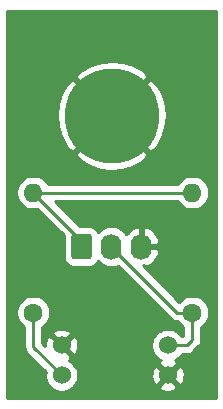
<source format=gbr>
%TF.GenerationSoftware,KiCad,Pcbnew,5.1.9-73d0e3b20d~88~ubuntu18.04.1*%
%TF.CreationDate,2021-03-07T14:56:15+02:00*%
%TF.ProjectId,oskar_optocoupler_carrier_pcb,6f736b61-725f-46f7-9074-6f636f75706c,rev a*%
%TF.SameCoordinates,Original*%
%TF.FileFunction,Copper,L1,Top*%
%TF.FilePolarity,Positive*%
%FSLAX46Y46*%
G04 Gerber Fmt 4.6, Leading zero omitted, Abs format (unit mm)*
G04 Created by KiCad (PCBNEW 5.1.9-73d0e3b20d~88~ubuntu18.04.1) date 2021-03-07 14:56:15*
%MOMM*%
%LPD*%
G01*
G04 APERTURE LIST*
%TA.AperFunction,ConnectorPad*%
%ADD10C,8.000000*%
%TD*%
%TA.AperFunction,ComponentPad*%
%ADD11C,4.400000*%
%TD*%
%TA.AperFunction,ComponentPad*%
%ADD12C,1.524000*%
%TD*%
%TA.AperFunction,ComponentPad*%
%ADD13O,1.740000X2.190000*%
%TD*%
%TA.AperFunction,ComponentPad*%
%ADD14O,1.600000X1.600000*%
%TD*%
%TA.AperFunction,ComponentPad*%
%ADD15C,1.600000*%
%TD*%
%TA.AperFunction,Conductor*%
%ADD16C,0.250000*%
%TD*%
%TA.AperFunction,Conductor*%
%ADD17C,0.254000*%
%TD*%
%TA.AperFunction,Conductor*%
%ADD18C,0.100000*%
%TD*%
G04 APERTURE END LIST*
D10*
%TO.P,J2,1*%
%TO.N,GND*%
X147592000Y-87992000D03*
D11*
X147592000Y-87992000D03*
%TD*%
D12*
%TO.P,U1,4*%
%TO.N,GND*%
X152361000Y-109959000D03*
%TO.P,U1,3*%
%TO.N,/Output*%
X152361000Y-107419000D03*
%TO.P,U1,2*%
%TO.N,GND*%
X143361000Y-107419000D03*
%TO.P,U1,1*%
%TO.N,Net-(R1-Pad1)*%
X143361000Y-109959000D03*
%TD*%
D13*
%TO.P,J1,3*%
%TO.N,GND*%
X150114000Y-99060000D03*
%TO.P,J1,2*%
%TO.N,/Output*%
X147574000Y-99060000D03*
%TO.P,J1,1*%
%TO.N,+5V*%
%TA.AperFunction,ComponentPad*%
G36*
G01*
X144164000Y-99905001D02*
X144164000Y-98214999D01*
G75*
G02*
X144413999Y-97965000I249999J0D01*
G01*
X145654001Y-97965000D01*
G75*
G02*
X145904000Y-98214999I0J-249999D01*
G01*
X145904000Y-99905001D01*
G75*
G02*
X145654001Y-100155000I-249999J0D01*
G01*
X144413999Y-100155000D01*
G75*
G02*
X144164000Y-99905001I0J249999D01*
G01*
G37*
%TD.AperFunction*%
%TD*%
D14*
%TO.P,R2,2*%
%TO.N,+5V*%
X154432000Y-94488000D03*
D15*
%TO.P,R2,1*%
%TO.N,/Output*%
X154432000Y-104648000D03*
%TD*%
D14*
%TO.P,R1,2*%
%TO.N,+5V*%
X140970000Y-94488000D03*
D15*
%TO.P,R1,1*%
%TO.N,Net-(R1-Pad1)*%
X140970000Y-104648000D03*
%TD*%
D16*
%TO.N,/Output*%
X152361000Y-107419000D02*
X153947000Y-107419000D01*
X154432000Y-106934000D02*
X154432000Y-104648000D01*
X153947000Y-107419000D02*
X154432000Y-106934000D01*
X153162000Y-104648000D02*
X147574000Y-99060000D01*
X154432000Y-104648000D02*
X153162000Y-104648000D01*
%TO.N,Net-(R1-Pad1)*%
X140970000Y-107568000D02*
X140970000Y-104648000D01*
X143361000Y-109959000D02*
X140970000Y-107568000D01*
%TO.N,+5V*%
X145034000Y-98552000D02*
X140970000Y-94488000D01*
X145034000Y-99060000D02*
X145034000Y-98552000D01*
X140970000Y-94488000D02*
X154432000Y-94488000D01*
%TD*%
D17*
%TO.N,GND*%
X156465000Y-111865000D02*
X138719000Y-111865000D01*
X138719000Y-104506665D01*
X139535000Y-104506665D01*
X139535000Y-104789335D01*
X139590147Y-105066574D01*
X139698320Y-105327727D01*
X139855363Y-105562759D01*
X140055241Y-105762637D01*
X140210001Y-105866044D01*
X140210000Y-107530677D01*
X140206324Y-107568000D01*
X140210000Y-107605322D01*
X140210000Y-107605332D01*
X140220997Y-107716985D01*
X140259306Y-107843276D01*
X140264454Y-107860246D01*
X140335026Y-107992276D01*
X140359439Y-108022023D01*
X140429999Y-108108001D01*
X140459003Y-108131804D01*
X141994628Y-109667430D01*
X141964000Y-109821408D01*
X141964000Y-110096592D01*
X142017686Y-110366490D01*
X142122995Y-110620727D01*
X142275880Y-110849535D01*
X142470465Y-111044120D01*
X142699273Y-111197005D01*
X142953510Y-111302314D01*
X143223408Y-111356000D01*
X143498592Y-111356000D01*
X143768490Y-111302314D01*
X144022727Y-111197005D01*
X144251535Y-111044120D01*
X144371090Y-110924565D01*
X151575040Y-110924565D01*
X151642020Y-111164656D01*
X151891048Y-111281756D01*
X152158135Y-111348023D01*
X152433017Y-111360910D01*
X152705133Y-111319922D01*
X152964023Y-111226636D01*
X153079980Y-111164656D01*
X153146960Y-110924565D01*
X152361000Y-110138605D01*
X151575040Y-110924565D01*
X144371090Y-110924565D01*
X144446120Y-110849535D01*
X144599005Y-110620727D01*
X144704314Y-110366490D01*
X144758000Y-110096592D01*
X144758000Y-110031017D01*
X150959090Y-110031017D01*
X151000078Y-110303133D01*
X151093364Y-110562023D01*
X151155344Y-110677980D01*
X151395435Y-110744960D01*
X152181395Y-109959000D01*
X152540605Y-109959000D01*
X153326565Y-110744960D01*
X153566656Y-110677980D01*
X153683756Y-110428952D01*
X153750023Y-110161865D01*
X153762910Y-109886983D01*
X153721922Y-109614867D01*
X153628636Y-109355977D01*
X153566656Y-109240020D01*
X153326565Y-109173040D01*
X152540605Y-109959000D01*
X152181395Y-109959000D01*
X151395435Y-109173040D01*
X151155344Y-109240020D01*
X151038244Y-109489048D01*
X150971977Y-109756135D01*
X150959090Y-110031017D01*
X144758000Y-110031017D01*
X144758000Y-109821408D01*
X144704314Y-109551510D01*
X144599005Y-109297273D01*
X144446120Y-109068465D01*
X144251535Y-108873880D01*
X144022727Y-108720995D01*
X143951057Y-108691308D01*
X143964023Y-108686636D01*
X144079980Y-108624656D01*
X144146960Y-108384565D01*
X143361000Y-107598605D01*
X143346858Y-107612748D01*
X143167253Y-107433143D01*
X143181395Y-107419000D01*
X143540605Y-107419000D01*
X144326565Y-108204960D01*
X144566656Y-108137980D01*
X144683756Y-107888952D01*
X144750023Y-107621865D01*
X144762910Y-107346983D01*
X144721922Y-107074867D01*
X144628636Y-106815977D01*
X144566656Y-106700020D01*
X144326565Y-106633040D01*
X143540605Y-107419000D01*
X143181395Y-107419000D01*
X142395435Y-106633040D01*
X142155344Y-106700020D01*
X142038244Y-106949048D01*
X141971977Y-107216135D01*
X141959481Y-107482680D01*
X141730000Y-107253199D01*
X141730000Y-106453435D01*
X142575040Y-106453435D01*
X143361000Y-107239395D01*
X144146960Y-106453435D01*
X144079980Y-106213344D01*
X143830952Y-106096244D01*
X143563865Y-106029977D01*
X143288983Y-106017090D01*
X143016867Y-106058078D01*
X142757977Y-106151364D01*
X142642020Y-106213344D01*
X142575040Y-106453435D01*
X141730000Y-106453435D01*
X141730000Y-105866043D01*
X141884759Y-105762637D01*
X142084637Y-105562759D01*
X142241680Y-105327727D01*
X142349853Y-105066574D01*
X142405000Y-104789335D01*
X142405000Y-104506665D01*
X142349853Y-104229426D01*
X142241680Y-103968273D01*
X142084637Y-103733241D01*
X141884759Y-103533363D01*
X141649727Y-103376320D01*
X141388574Y-103268147D01*
X141111335Y-103213000D01*
X140828665Y-103213000D01*
X140551426Y-103268147D01*
X140290273Y-103376320D01*
X140055241Y-103533363D01*
X139855363Y-103733241D01*
X139698320Y-103968273D01*
X139590147Y-104229426D01*
X139535000Y-104506665D01*
X138719000Y-104506665D01*
X138719000Y-94346665D01*
X139535000Y-94346665D01*
X139535000Y-94629335D01*
X139590147Y-94906574D01*
X139698320Y-95167727D01*
X139855363Y-95402759D01*
X140055241Y-95602637D01*
X140290273Y-95759680D01*
X140551426Y-95867853D01*
X140828665Y-95923000D01*
X141111335Y-95923000D01*
X141293887Y-95886688D01*
X143534560Y-98127361D01*
X143525928Y-98214999D01*
X143525928Y-99905001D01*
X143542992Y-100078255D01*
X143593528Y-100244851D01*
X143675595Y-100398387D01*
X143786038Y-100532962D01*
X143920613Y-100643405D01*
X144074149Y-100725472D01*
X144240745Y-100776008D01*
X144413999Y-100793072D01*
X145654001Y-100793072D01*
X145827255Y-100776008D01*
X145993851Y-100725472D01*
X146147387Y-100643405D01*
X146281962Y-100532962D01*
X146392405Y-100398387D01*
X146450934Y-100288886D01*
X146504655Y-100354345D01*
X146733822Y-100542417D01*
X146995276Y-100682166D01*
X147278969Y-100768224D01*
X147574000Y-100797282D01*
X147869032Y-100768224D01*
X148128664Y-100689465D01*
X152598205Y-105159008D01*
X152621999Y-105188001D01*
X152650992Y-105211795D01*
X152650996Y-105211799D01*
X152721685Y-105269811D01*
X152737724Y-105282974D01*
X152869753Y-105353546D01*
X153013014Y-105397003D01*
X153124667Y-105408000D01*
X153124676Y-105408000D01*
X153161999Y-105411676D01*
X153199322Y-105408000D01*
X153213957Y-105408000D01*
X153317363Y-105562759D01*
X153517241Y-105762637D01*
X153672000Y-105866044D01*
X153672000Y-106619199D01*
X153632199Y-106659000D01*
X153533341Y-106659000D01*
X153446120Y-106528465D01*
X153251535Y-106333880D01*
X153022727Y-106180995D01*
X152768490Y-106075686D01*
X152498592Y-106022000D01*
X152223408Y-106022000D01*
X151953510Y-106075686D01*
X151699273Y-106180995D01*
X151470465Y-106333880D01*
X151275880Y-106528465D01*
X151122995Y-106757273D01*
X151017686Y-107011510D01*
X150964000Y-107281408D01*
X150964000Y-107556592D01*
X151017686Y-107826490D01*
X151122995Y-108080727D01*
X151275880Y-108309535D01*
X151470465Y-108504120D01*
X151699273Y-108657005D01*
X151770943Y-108686692D01*
X151757977Y-108691364D01*
X151642020Y-108753344D01*
X151575040Y-108993435D01*
X152361000Y-109779395D01*
X153146960Y-108993435D01*
X153079980Y-108753344D01*
X152944240Y-108689515D01*
X153022727Y-108657005D01*
X153251535Y-108504120D01*
X153446120Y-108309535D01*
X153533341Y-108179000D01*
X153909678Y-108179000D01*
X153947000Y-108182676D01*
X153984322Y-108179000D01*
X153984333Y-108179000D01*
X154095986Y-108168003D01*
X154239247Y-108124546D01*
X154371276Y-108053974D01*
X154487001Y-107959001D01*
X154510804Y-107929997D01*
X154942998Y-107497803D01*
X154972001Y-107474001D01*
X155066974Y-107358276D01*
X155137546Y-107226247D01*
X155181003Y-107082986D01*
X155192000Y-106971333D01*
X155192000Y-106971332D01*
X155195677Y-106934000D01*
X155192000Y-106896667D01*
X155192000Y-105866043D01*
X155346759Y-105762637D01*
X155546637Y-105562759D01*
X155703680Y-105327727D01*
X155811853Y-105066574D01*
X155867000Y-104789335D01*
X155867000Y-104506665D01*
X155811853Y-104229426D01*
X155703680Y-103968273D01*
X155546637Y-103733241D01*
X155346759Y-103533363D01*
X155111727Y-103376320D01*
X154850574Y-103268147D01*
X154573335Y-103213000D01*
X154290665Y-103213000D01*
X154013426Y-103268147D01*
X153752273Y-103376320D01*
X153517241Y-103533363D01*
X153319703Y-103730901D01*
X150241002Y-100652200D01*
X150241002Y-100625247D01*
X150474031Y-100746302D01*
X150561591Y-100729551D01*
X150834809Y-100614474D01*
X151080326Y-100448306D01*
X151288708Y-100237433D01*
X151451947Y-99989958D01*
X151563769Y-99715392D01*
X151619877Y-99424286D01*
X151464376Y-99187000D01*
X150241000Y-99187000D01*
X150241000Y-99207000D01*
X149987000Y-99207000D01*
X149987000Y-99187000D01*
X149967000Y-99187000D01*
X149967000Y-98933000D01*
X149987000Y-98933000D01*
X149987000Y-97494754D01*
X150241000Y-97494754D01*
X150241000Y-98933000D01*
X151464376Y-98933000D01*
X151619877Y-98695714D01*
X151563769Y-98404608D01*
X151451947Y-98130042D01*
X151288708Y-97882567D01*
X151080326Y-97671694D01*
X150834809Y-97505526D01*
X150561591Y-97390449D01*
X150474031Y-97373698D01*
X150241000Y-97494754D01*
X149987000Y-97494754D01*
X149753969Y-97373698D01*
X149666409Y-97390449D01*
X149393191Y-97505526D01*
X149147674Y-97671694D01*
X148939292Y-97882567D01*
X148846560Y-98023152D01*
X148831417Y-97994821D01*
X148643345Y-97765655D01*
X148414178Y-97577583D01*
X148152724Y-97437834D01*
X147869031Y-97351776D01*
X147574000Y-97322718D01*
X147278968Y-97351776D01*
X146995275Y-97437834D01*
X146733821Y-97577583D01*
X146504655Y-97765655D01*
X146450935Y-97831114D01*
X146392405Y-97721613D01*
X146281962Y-97587038D01*
X146147387Y-97476595D01*
X145993851Y-97394528D01*
X145827255Y-97343992D01*
X145654001Y-97326928D01*
X144883730Y-97326928D01*
X142804801Y-95248000D01*
X153213957Y-95248000D01*
X153317363Y-95402759D01*
X153517241Y-95602637D01*
X153752273Y-95759680D01*
X154013426Y-95867853D01*
X154290665Y-95923000D01*
X154573335Y-95923000D01*
X154850574Y-95867853D01*
X155111727Y-95759680D01*
X155346759Y-95602637D01*
X155546637Y-95402759D01*
X155703680Y-95167727D01*
X155811853Y-94906574D01*
X155867000Y-94629335D01*
X155867000Y-94346665D01*
X155811853Y-94069426D01*
X155703680Y-93808273D01*
X155546637Y-93573241D01*
X155346759Y-93373363D01*
X155111727Y-93216320D01*
X154850574Y-93108147D01*
X154573335Y-93053000D01*
X154290665Y-93053000D01*
X154013426Y-93108147D01*
X153752273Y-93216320D01*
X153517241Y-93373363D01*
X153317363Y-93573241D01*
X153213957Y-93728000D01*
X142188043Y-93728000D01*
X142084637Y-93573241D01*
X141884759Y-93373363D01*
X141649727Y-93216320D01*
X141388574Y-93108147D01*
X141111335Y-93053000D01*
X140828665Y-93053000D01*
X140551426Y-93108147D01*
X140290273Y-93216320D01*
X140055241Y-93373363D01*
X139855363Y-93573241D01*
X139698320Y-93808273D01*
X139590147Y-94069426D01*
X139535000Y-94346665D01*
X138719000Y-94346665D01*
X138719000Y-91261580D01*
X144502025Y-91261580D01*
X144958197Y-91833185D01*
X145758183Y-92273207D01*
X146628641Y-92548704D01*
X147536121Y-92649091D01*
X148445748Y-92570508D01*
X149322566Y-92315975D01*
X150132879Y-91895275D01*
X150225803Y-91833185D01*
X150681975Y-91261580D01*
X147592000Y-88171605D01*
X144502025Y-91261580D01*
X138719000Y-91261580D01*
X138719000Y-87936121D01*
X142934909Y-87936121D01*
X143013492Y-88845748D01*
X143268025Y-89722566D01*
X143688725Y-90532879D01*
X143750815Y-90625803D01*
X144322420Y-91081975D01*
X147412395Y-87992000D01*
X147771605Y-87992000D01*
X150861580Y-91081975D01*
X151433185Y-90625803D01*
X151873207Y-89825817D01*
X152148704Y-88955359D01*
X152249091Y-88047879D01*
X152170508Y-87138252D01*
X151915975Y-86261434D01*
X151495275Y-85451121D01*
X151433185Y-85358197D01*
X150861580Y-84902025D01*
X147771605Y-87992000D01*
X147412395Y-87992000D01*
X144322420Y-84902025D01*
X143750815Y-85358197D01*
X143310793Y-86158183D01*
X143035296Y-87028641D01*
X142934909Y-87936121D01*
X138719000Y-87936121D01*
X138719000Y-84722420D01*
X144502025Y-84722420D01*
X147592000Y-87812395D01*
X150681975Y-84722420D01*
X150225803Y-84150815D01*
X149425817Y-83710793D01*
X148555359Y-83435296D01*
X147647879Y-83334909D01*
X146738252Y-83413492D01*
X145861434Y-83668025D01*
X145051121Y-84088725D01*
X144958197Y-84150815D01*
X144502025Y-84722420D01*
X138719000Y-84722420D01*
X138719000Y-79119000D01*
X156465000Y-79119000D01*
X156465000Y-111865000D01*
%TA.AperFunction,Conductor*%
D18*
G36*
X156465000Y-111865000D02*
G01*
X138719000Y-111865000D01*
X138719000Y-104506665D01*
X139535000Y-104506665D01*
X139535000Y-104789335D01*
X139590147Y-105066574D01*
X139698320Y-105327727D01*
X139855363Y-105562759D01*
X140055241Y-105762637D01*
X140210001Y-105866044D01*
X140210000Y-107530677D01*
X140206324Y-107568000D01*
X140210000Y-107605322D01*
X140210000Y-107605332D01*
X140220997Y-107716985D01*
X140259306Y-107843276D01*
X140264454Y-107860246D01*
X140335026Y-107992276D01*
X140359439Y-108022023D01*
X140429999Y-108108001D01*
X140459003Y-108131804D01*
X141994628Y-109667430D01*
X141964000Y-109821408D01*
X141964000Y-110096592D01*
X142017686Y-110366490D01*
X142122995Y-110620727D01*
X142275880Y-110849535D01*
X142470465Y-111044120D01*
X142699273Y-111197005D01*
X142953510Y-111302314D01*
X143223408Y-111356000D01*
X143498592Y-111356000D01*
X143768490Y-111302314D01*
X144022727Y-111197005D01*
X144251535Y-111044120D01*
X144371090Y-110924565D01*
X151575040Y-110924565D01*
X151642020Y-111164656D01*
X151891048Y-111281756D01*
X152158135Y-111348023D01*
X152433017Y-111360910D01*
X152705133Y-111319922D01*
X152964023Y-111226636D01*
X153079980Y-111164656D01*
X153146960Y-110924565D01*
X152361000Y-110138605D01*
X151575040Y-110924565D01*
X144371090Y-110924565D01*
X144446120Y-110849535D01*
X144599005Y-110620727D01*
X144704314Y-110366490D01*
X144758000Y-110096592D01*
X144758000Y-110031017D01*
X150959090Y-110031017D01*
X151000078Y-110303133D01*
X151093364Y-110562023D01*
X151155344Y-110677980D01*
X151395435Y-110744960D01*
X152181395Y-109959000D01*
X152540605Y-109959000D01*
X153326565Y-110744960D01*
X153566656Y-110677980D01*
X153683756Y-110428952D01*
X153750023Y-110161865D01*
X153762910Y-109886983D01*
X153721922Y-109614867D01*
X153628636Y-109355977D01*
X153566656Y-109240020D01*
X153326565Y-109173040D01*
X152540605Y-109959000D01*
X152181395Y-109959000D01*
X151395435Y-109173040D01*
X151155344Y-109240020D01*
X151038244Y-109489048D01*
X150971977Y-109756135D01*
X150959090Y-110031017D01*
X144758000Y-110031017D01*
X144758000Y-109821408D01*
X144704314Y-109551510D01*
X144599005Y-109297273D01*
X144446120Y-109068465D01*
X144251535Y-108873880D01*
X144022727Y-108720995D01*
X143951057Y-108691308D01*
X143964023Y-108686636D01*
X144079980Y-108624656D01*
X144146960Y-108384565D01*
X143361000Y-107598605D01*
X143346858Y-107612748D01*
X143167253Y-107433143D01*
X143181395Y-107419000D01*
X143540605Y-107419000D01*
X144326565Y-108204960D01*
X144566656Y-108137980D01*
X144683756Y-107888952D01*
X144750023Y-107621865D01*
X144762910Y-107346983D01*
X144721922Y-107074867D01*
X144628636Y-106815977D01*
X144566656Y-106700020D01*
X144326565Y-106633040D01*
X143540605Y-107419000D01*
X143181395Y-107419000D01*
X142395435Y-106633040D01*
X142155344Y-106700020D01*
X142038244Y-106949048D01*
X141971977Y-107216135D01*
X141959481Y-107482680D01*
X141730000Y-107253199D01*
X141730000Y-106453435D01*
X142575040Y-106453435D01*
X143361000Y-107239395D01*
X144146960Y-106453435D01*
X144079980Y-106213344D01*
X143830952Y-106096244D01*
X143563865Y-106029977D01*
X143288983Y-106017090D01*
X143016867Y-106058078D01*
X142757977Y-106151364D01*
X142642020Y-106213344D01*
X142575040Y-106453435D01*
X141730000Y-106453435D01*
X141730000Y-105866043D01*
X141884759Y-105762637D01*
X142084637Y-105562759D01*
X142241680Y-105327727D01*
X142349853Y-105066574D01*
X142405000Y-104789335D01*
X142405000Y-104506665D01*
X142349853Y-104229426D01*
X142241680Y-103968273D01*
X142084637Y-103733241D01*
X141884759Y-103533363D01*
X141649727Y-103376320D01*
X141388574Y-103268147D01*
X141111335Y-103213000D01*
X140828665Y-103213000D01*
X140551426Y-103268147D01*
X140290273Y-103376320D01*
X140055241Y-103533363D01*
X139855363Y-103733241D01*
X139698320Y-103968273D01*
X139590147Y-104229426D01*
X139535000Y-104506665D01*
X138719000Y-104506665D01*
X138719000Y-94346665D01*
X139535000Y-94346665D01*
X139535000Y-94629335D01*
X139590147Y-94906574D01*
X139698320Y-95167727D01*
X139855363Y-95402759D01*
X140055241Y-95602637D01*
X140290273Y-95759680D01*
X140551426Y-95867853D01*
X140828665Y-95923000D01*
X141111335Y-95923000D01*
X141293887Y-95886688D01*
X143534560Y-98127361D01*
X143525928Y-98214999D01*
X143525928Y-99905001D01*
X143542992Y-100078255D01*
X143593528Y-100244851D01*
X143675595Y-100398387D01*
X143786038Y-100532962D01*
X143920613Y-100643405D01*
X144074149Y-100725472D01*
X144240745Y-100776008D01*
X144413999Y-100793072D01*
X145654001Y-100793072D01*
X145827255Y-100776008D01*
X145993851Y-100725472D01*
X146147387Y-100643405D01*
X146281962Y-100532962D01*
X146392405Y-100398387D01*
X146450934Y-100288886D01*
X146504655Y-100354345D01*
X146733822Y-100542417D01*
X146995276Y-100682166D01*
X147278969Y-100768224D01*
X147574000Y-100797282D01*
X147869032Y-100768224D01*
X148128664Y-100689465D01*
X152598205Y-105159008D01*
X152621999Y-105188001D01*
X152650992Y-105211795D01*
X152650996Y-105211799D01*
X152721685Y-105269811D01*
X152737724Y-105282974D01*
X152869753Y-105353546D01*
X153013014Y-105397003D01*
X153124667Y-105408000D01*
X153124676Y-105408000D01*
X153161999Y-105411676D01*
X153199322Y-105408000D01*
X153213957Y-105408000D01*
X153317363Y-105562759D01*
X153517241Y-105762637D01*
X153672000Y-105866044D01*
X153672000Y-106619199D01*
X153632199Y-106659000D01*
X153533341Y-106659000D01*
X153446120Y-106528465D01*
X153251535Y-106333880D01*
X153022727Y-106180995D01*
X152768490Y-106075686D01*
X152498592Y-106022000D01*
X152223408Y-106022000D01*
X151953510Y-106075686D01*
X151699273Y-106180995D01*
X151470465Y-106333880D01*
X151275880Y-106528465D01*
X151122995Y-106757273D01*
X151017686Y-107011510D01*
X150964000Y-107281408D01*
X150964000Y-107556592D01*
X151017686Y-107826490D01*
X151122995Y-108080727D01*
X151275880Y-108309535D01*
X151470465Y-108504120D01*
X151699273Y-108657005D01*
X151770943Y-108686692D01*
X151757977Y-108691364D01*
X151642020Y-108753344D01*
X151575040Y-108993435D01*
X152361000Y-109779395D01*
X153146960Y-108993435D01*
X153079980Y-108753344D01*
X152944240Y-108689515D01*
X153022727Y-108657005D01*
X153251535Y-108504120D01*
X153446120Y-108309535D01*
X153533341Y-108179000D01*
X153909678Y-108179000D01*
X153947000Y-108182676D01*
X153984322Y-108179000D01*
X153984333Y-108179000D01*
X154095986Y-108168003D01*
X154239247Y-108124546D01*
X154371276Y-108053974D01*
X154487001Y-107959001D01*
X154510804Y-107929997D01*
X154942998Y-107497803D01*
X154972001Y-107474001D01*
X155066974Y-107358276D01*
X155137546Y-107226247D01*
X155181003Y-107082986D01*
X155192000Y-106971333D01*
X155192000Y-106971332D01*
X155195677Y-106934000D01*
X155192000Y-106896667D01*
X155192000Y-105866043D01*
X155346759Y-105762637D01*
X155546637Y-105562759D01*
X155703680Y-105327727D01*
X155811853Y-105066574D01*
X155867000Y-104789335D01*
X155867000Y-104506665D01*
X155811853Y-104229426D01*
X155703680Y-103968273D01*
X155546637Y-103733241D01*
X155346759Y-103533363D01*
X155111727Y-103376320D01*
X154850574Y-103268147D01*
X154573335Y-103213000D01*
X154290665Y-103213000D01*
X154013426Y-103268147D01*
X153752273Y-103376320D01*
X153517241Y-103533363D01*
X153319703Y-103730901D01*
X150241002Y-100652200D01*
X150241002Y-100625247D01*
X150474031Y-100746302D01*
X150561591Y-100729551D01*
X150834809Y-100614474D01*
X151080326Y-100448306D01*
X151288708Y-100237433D01*
X151451947Y-99989958D01*
X151563769Y-99715392D01*
X151619877Y-99424286D01*
X151464376Y-99187000D01*
X150241000Y-99187000D01*
X150241000Y-99207000D01*
X149987000Y-99207000D01*
X149987000Y-99187000D01*
X149967000Y-99187000D01*
X149967000Y-98933000D01*
X149987000Y-98933000D01*
X149987000Y-97494754D01*
X150241000Y-97494754D01*
X150241000Y-98933000D01*
X151464376Y-98933000D01*
X151619877Y-98695714D01*
X151563769Y-98404608D01*
X151451947Y-98130042D01*
X151288708Y-97882567D01*
X151080326Y-97671694D01*
X150834809Y-97505526D01*
X150561591Y-97390449D01*
X150474031Y-97373698D01*
X150241000Y-97494754D01*
X149987000Y-97494754D01*
X149753969Y-97373698D01*
X149666409Y-97390449D01*
X149393191Y-97505526D01*
X149147674Y-97671694D01*
X148939292Y-97882567D01*
X148846560Y-98023152D01*
X148831417Y-97994821D01*
X148643345Y-97765655D01*
X148414178Y-97577583D01*
X148152724Y-97437834D01*
X147869031Y-97351776D01*
X147574000Y-97322718D01*
X147278968Y-97351776D01*
X146995275Y-97437834D01*
X146733821Y-97577583D01*
X146504655Y-97765655D01*
X146450935Y-97831114D01*
X146392405Y-97721613D01*
X146281962Y-97587038D01*
X146147387Y-97476595D01*
X145993851Y-97394528D01*
X145827255Y-97343992D01*
X145654001Y-97326928D01*
X144883730Y-97326928D01*
X142804801Y-95248000D01*
X153213957Y-95248000D01*
X153317363Y-95402759D01*
X153517241Y-95602637D01*
X153752273Y-95759680D01*
X154013426Y-95867853D01*
X154290665Y-95923000D01*
X154573335Y-95923000D01*
X154850574Y-95867853D01*
X155111727Y-95759680D01*
X155346759Y-95602637D01*
X155546637Y-95402759D01*
X155703680Y-95167727D01*
X155811853Y-94906574D01*
X155867000Y-94629335D01*
X155867000Y-94346665D01*
X155811853Y-94069426D01*
X155703680Y-93808273D01*
X155546637Y-93573241D01*
X155346759Y-93373363D01*
X155111727Y-93216320D01*
X154850574Y-93108147D01*
X154573335Y-93053000D01*
X154290665Y-93053000D01*
X154013426Y-93108147D01*
X153752273Y-93216320D01*
X153517241Y-93373363D01*
X153317363Y-93573241D01*
X153213957Y-93728000D01*
X142188043Y-93728000D01*
X142084637Y-93573241D01*
X141884759Y-93373363D01*
X141649727Y-93216320D01*
X141388574Y-93108147D01*
X141111335Y-93053000D01*
X140828665Y-93053000D01*
X140551426Y-93108147D01*
X140290273Y-93216320D01*
X140055241Y-93373363D01*
X139855363Y-93573241D01*
X139698320Y-93808273D01*
X139590147Y-94069426D01*
X139535000Y-94346665D01*
X138719000Y-94346665D01*
X138719000Y-91261580D01*
X144502025Y-91261580D01*
X144958197Y-91833185D01*
X145758183Y-92273207D01*
X146628641Y-92548704D01*
X147536121Y-92649091D01*
X148445748Y-92570508D01*
X149322566Y-92315975D01*
X150132879Y-91895275D01*
X150225803Y-91833185D01*
X150681975Y-91261580D01*
X147592000Y-88171605D01*
X144502025Y-91261580D01*
X138719000Y-91261580D01*
X138719000Y-87936121D01*
X142934909Y-87936121D01*
X143013492Y-88845748D01*
X143268025Y-89722566D01*
X143688725Y-90532879D01*
X143750815Y-90625803D01*
X144322420Y-91081975D01*
X147412395Y-87992000D01*
X147771605Y-87992000D01*
X150861580Y-91081975D01*
X151433185Y-90625803D01*
X151873207Y-89825817D01*
X152148704Y-88955359D01*
X152249091Y-88047879D01*
X152170508Y-87138252D01*
X151915975Y-86261434D01*
X151495275Y-85451121D01*
X151433185Y-85358197D01*
X150861580Y-84902025D01*
X147771605Y-87992000D01*
X147412395Y-87992000D01*
X144322420Y-84902025D01*
X143750815Y-85358197D01*
X143310793Y-86158183D01*
X143035296Y-87028641D01*
X142934909Y-87936121D01*
X138719000Y-87936121D01*
X138719000Y-84722420D01*
X144502025Y-84722420D01*
X147592000Y-87812395D01*
X150681975Y-84722420D01*
X150225803Y-84150815D01*
X149425817Y-83710793D01*
X148555359Y-83435296D01*
X147647879Y-83334909D01*
X146738252Y-83413492D01*
X145861434Y-83668025D01*
X145051121Y-84088725D01*
X144958197Y-84150815D01*
X144502025Y-84722420D01*
X138719000Y-84722420D01*
X138719000Y-79119000D01*
X156465000Y-79119000D01*
X156465000Y-111865000D01*
G37*
%TD.AperFunction*%
%TD*%
M02*

</source>
